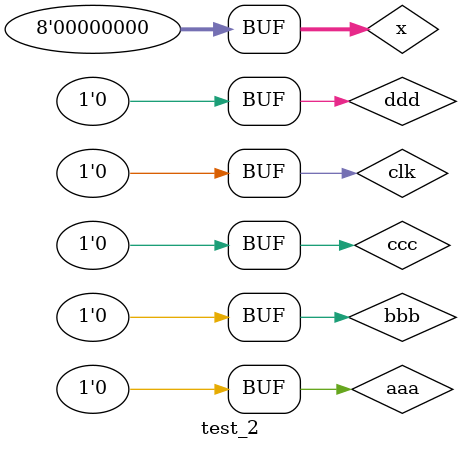
<source format=v>
`timescale 1ns / 1ps


module test_2;

	// Inputs
	reg clk;
	reg aaa;
	reg bbb;
	reg ccc;
	reg ddd;
	reg [7:0] x;

	// Outputs
	wire [7:0] seg;
	wire [3:0] an;
	wire dp;
	wire [7:0] y;
	wire din;
	wire sync;
	wire sclk;

	// Instantiate the Unit Under Test (UUT)
	proj5 uut (
		.clk(clk), 
		.aaa(aaa), 
		.bbb(bbb), 
		.ccc(ccc), 
		.ddd(ddd), 
		.x(x), 
		.seg(seg), 
		.an(an), 
		.dp(dp), 
		.y(y), 
		.din(din), 
		.sync(sync), 
		.sclk(sclk)
	);

	initial begin
		// Initialize Inputs
		clk = 0;
		aaa = 0;
		bbb = 0;
		ccc = 0;
		ddd = 0;
		x = 0;

		// Wait 100 ns for global reset to finish
		#100;
        
		// Add stimulus here

	end
      
endmodule


</source>
